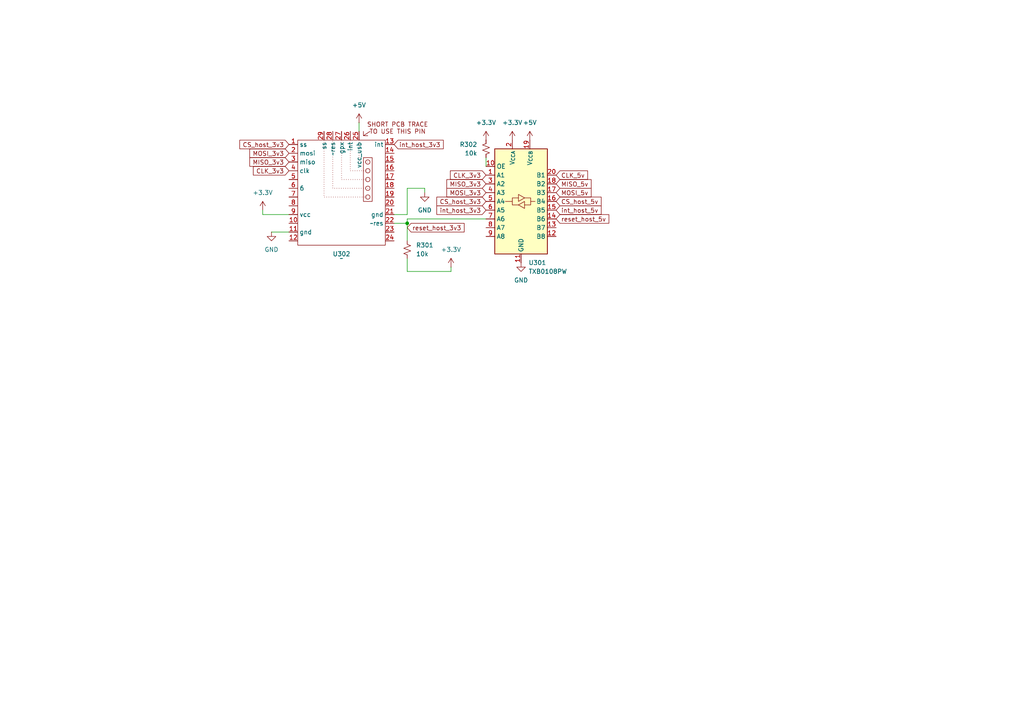
<source format=kicad_sch>
(kicad_sch (version 20250114) (generator "eeschema") (generator_version "9.0")
  (paper "A4")
  (lib_symbols
    (symbol "Device:R_Small_US" (pin_numbers (hide yes)) (pin_names (offset 0.254) (hide yes))
      (property "Reference" "R" (at 0.762 0.508 0))
      (property "Value" "R_Small_US" (at 0.762 -1.016 0))
      (symbol "R_Small_US_1_1"
        (polyline (pts (xy 0 1.524) (xy 1.016 1.143) (xy 0 0.762) (xy -1.016 0.381) (xy 0 0)))
        (polyline (pts (xy 0 0) (xy 1.016 -0.381) (xy 0 -0.762) (xy -1.016 -1.143) (xy 0 -1.524)))
        (pin passive line (at 0 2.54 270) (length 1.016) (name "~") (number "1"))
        (pin passive line (at 0 -2.54 90) (length 1.016) (name "~") (number "2"))
      )
    )
    (symbol "Logic_LevelTranslator:TXB0108PW"
      (property "Reference" "U" (at -6.35 16.51 0))
      (property "Value" "TXB0108PW" (at 3.81 16.51 0))
      (symbol "TXB0108PW_0_1"
        (rectangle (start -7.62 15.24) (end 7.62 -15.24) (stroke (width 0.254)) (fill (type background)))
        (polyline (pts (xy -2.54 0) (xy -2.54 1.016) (xy -0.762 1.016)))
        (polyline (pts (xy -0.762 -1.016) (xy -2.54 -1.016) (xy -2.54 0) (xy -4.572 0)))
        (polyline (pts (xy -0.762 -1.016) (xy 1.016 0) (xy 1.016 -2.032) (xy -0.762 -1.016)))
        (polyline (pts (xy 1.016 1.016) (xy -0.762 0) (xy -0.762 2.032) (xy 1.016 1.016)))
        (polyline (pts (xy 1.016 1.016) (xy 2.794 1.016) (xy 2.794 0) (xy 4.064 0)))
        (polyline (pts (xy 2.794 0) (xy 2.794 -1.016) (xy 1.016 -1.016)))
      )
      (symbol "TXB0108PW_1_1"
        (pin input line (at -10.16 10.16 0) (length 2.54) (name "OE") (number "10"))
        (pin bidirectional line (at -10.16 7.62 0) (length 2.54) (name "A1") (number "1"))
        (pin bidirectional line (at -10.16 5.08 0) (length 2.54) (name "A2") (number "3"))
        (pin bidirectional line (at -10.16 2.54 0) (length 2.54) (name "A3") (number "4"))
        (pin bidirectional line (at -10.16 0 0) (length 2.54) (name "A4") (number "5"))
        (pin bidirectional line (at -10.16 -2.54 0) (length 2.54) (name "A5") (number "6"))
        (pin bidirectional line (at -10.16 -5.08 0) (length 2.54) (name "A6") (number "7"))
        (pin bidirectional line (at -10.16 -7.62 0) (length 2.54) (name "A7") (number "8"))
        (pin bidirectional line (at -10.16 -10.16 0) (length 2.54) (name "A8") (number "9"))
        (pin power_in line (at -2.54 17.78 270) (length 2.54) (name "V_{CCA}") (number "2"))
        (pin power_in line (at 0 -17.78 90) (length 2.54) (name "GND") (number "11"))
        (pin power_in line (at 2.54 17.78 270) (length 2.54) (name "V_{CCB}") (number "19"))
        (pin bidirectional line (at 10.16 7.62 180) (length 2.54) (name "B1") (number "20"))
        (pin bidirectional line (at 10.16 5.08 180) (length 2.54) (name "B2") (number "18"))
        (pin bidirectional line (at 10.16 2.54 180) (length 2.54) (name "B3") (number "17"))
        (pin bidirectional line (at 10.16 0 180) (length 2.54) (name "B4") (number "16"))
        (pin bidirectional line (at 10.16 -2.54 180) (length 2.54) (name "B5") (number "15"))
        (pin bidirectional line (at 10.16 -5.08 180) (length 2.54) (name "B6") (number "14"))
        (pin bidirectional line (at 10.16 -7.62 180) (length 2.54) (name "B7") (number "13"))
        (pin bidirectional line (at 10.16 -10.16 180) (length 2.54) (name "B8") (number "12"))
      )
    )
    (symbol "modules_symbols:max_3421e_ali_board"
      (property "Reference" "U" (at 4.572 -9.144 0))
      (symbol "max_3421e_ali_board_0_1"
        (rectangle (start -2.54 7.62) (end 22.86 -22.86))
        (rectangle (start 16.51 2.54) (end 19.05 -10.16))
        (polyline (pts (xy 18.415 10.16) (xy 16.51 8.89) (xy 16.51 10.16) (xy 16.51 8.89) (xy 17.78 8.89)))
      )
      (symbol "max_3421e_ali_board_1_1"
        (polyline (pts (xy 5.08 7.62) (xy 5.08 -8.89) (xy 17.78 -8.89)) (stroke (width 0) (type dot)))
        (polyline (pts (xy 10.16 7.62) (xy 10.16 -3.81) (xy 17.78 -3.81)) (stroke (width 0) (type dot)))
        (polyline (pts (xy 12.7 7.62) (xy 12.7 -1.27) (xy 17.78 -1.27)) (stroke (width 0) (type dot)))
        (polyline (pts (xy 17.78 1.27) (xy 15.24 1.27) (xy 15.24 7.62)) (stroke (width 0) (type dot)))
        (circle (center 17.78 1.27) (radius 0.635))
        (circle (center 17.78 -1.27) (radius 0.635))
        (circle (center 17.78 -3.81) (radius 0.635))
        (polyline (pts (xy 17.78 -6.35) (xy 8.89 -6.35) (xy 7.62 -6.35) (xy 7.62 7.62)) (stroke (width 0) (type dot)))
        (circle (center 17.78 -6.35) (radius 0.635))
        (circle (center 17.78 -8.89) (radius 0.635))
        (text "SHORT PCB TRACE\nTO USE THIS PIN" (at 26.416 11.176 0) (effects (font (size 1.27 1.27))))
        (pin input line (at -5.08 6.35 0) (length 2.54) (name "ss") (number "1"))
        (pin input line (at -5.08 3.81 0) (length 2.54) (name "mosi") (number "2"))
        (pin input line (at -5.08 1.27 0) (length 2.54) (name "miso") (number "3"))
        (pin input line (at -5.08 -1.27 0) (length 2.54) (name "clk") (number "4"))
        (pin input line (at -5.08 -3.81 0) (length 2.54) (name "") (number "5"))
        (pin input line (at -5.08 -6.35 0) (length 2.54) (name "6") (number "6"))
        (pin input line (at -5.08 -8.89 0) (length 2.54) (name "") (number "7"))
        (pin input line (at -5.08 -11.43 0) (length 2.54) (name "") (number "8"))
        (pin input line (at -5.08 -13.97 0) (length 2.54) (name "vcc") (number "9"))
        (pin input line (at -5.08 -16.51 0) (length 2.54) (name "") (number "10"))
        (pin input line (at -5.08 -19.05 0) (length 2.54) (name "gnd") (number "11"))
        (pin input line (at -5.08 -21.59 0) (length 2.54) (name "") (number "12"))
        (pin input line (at 5.08 10.16 270) (length 2.54) (name "ss") (number "29"))
        (pin input line (at 7.62 10.16 270) (length 2.54) (name "~res") (number "28"))
        (pin input line (at 10.16 10.16 270) (length 2.54) (name "gpx") (number "27"))
        (pin input line (at 12.7 10.16 270) (length 2.54) (name "int") (number "26"))
        (pin input line (at 15.24 10.16 270) (length 2.54) (name "vcc_usb") (number "25"))
        (pin input line (at 25.4 6.35 180) (length 2.54) (name "int") (number "13"))
        (pin input line (at 25.4 3.81 180) (length 2.54) (name "") (number "14"))
        (pin input line (at 25.4 1.27 180) (length 2.54) (name "") (number "15"))
        (pin input line (at 25.4 -1.27 180) (length 2.54) (name "") (number "16"))
        (pin input line (at 25.4 -3.81 180) (length 2.54) (name "") (number "17"))
        (pin input line (at 25.4 -6.35 180) (length 2.54) (name "") (number "18"))
        (pin input line (at 25.4 -8.89 180) (length 2.54) (name "") (number "19"))
        (pin input line (at 25.4 -11.43 180) (length 2.54) (name "") (number "20"))
        (pin input line (at 25.4 -13.97 180) (length 2.54) (name "gnd") (number "21"))
        (pin input line (at 25.4 -16.51 180) (length 2.54) (name "~res") (number "22"))
        (pin input line (at 25.4 -19.05 180) (length 2.54) (name "") (number "23"))
        (pin input line (at 25.4 -21.59 180) (length 2.54) (name "") (number "24"))
      )
    )
    (symbol "power:+3.3V" (power) (pin_numbers (hide yes)) (pin_names (offset 0) (hide yes))
      (property "Value" "+3.3V" (at 0 3.556 0))
      (symbol "+3.3V_0_1"
        (polyline (pts (xy -0.762 1.27) (xy 0 2.54)))
        (polyline (pts (xy 0 2.54) (xy 0.762 1.27)))
        (polyline (pts (xy 0 0) (xy 0 2.54)))
      )
      (symbol "+3.3V_1_1"
        (pin power_in line (at 0 0 90) (length 0) (name "~") (number "1"))
      )
    )
    (symbol "power:+5V" (power) (pin_numbers (hide yes)) (pin_names (offset 0) (hide yes))
      (property "Value" "+5V" (at 0 3.556 0))
      (symbol "+5V_0_1"
        (polyline (pts (xy -0.762 1.27) (xy 0 2.54)))
        (polyline (pts (xy 0 2.54) (xy 0.762 1.27)))
        (polyline (pts (xy 0 0) (xy 0 2.54)))
      )
      (symbol "+5V_1_1"
        (pin power_in line (at 0 0 90) (length 0) (name "~") (number "1"))
      )
    )
    (symbol "power:GND" (power) (pin_numbers (hide yes)) (pin_names (offset 0) (hide yes))
      (property "Value" "GND" (at 0 -3.81 0))
      (symbol "GND_0_1"
        (polyline (pts (xy 0 0) (xy 0 -1.27) (xy 1.27 -1.27) (xy 0 -2.54) (xy -1.27 -1.27) (xy 0 -1.27)))
      )
      (symbol "GND_1_1"
        (pin power_in line (at 0 0 270) (length 0) (name "~") (number "1"))
      )
    )
  )
  (junction (at 118.11 64.77))
  (wire (pts (xy 130.81 77.47) (xy 130.81 78.74)))
  (wire (pts (xy 76.2 60.96) (xy 76.2 62.23)))
  (wire (pts (xy 118.11 63.5) (xy 140.97 63.5)))
  (wire (pts (xy 118.11 69.85) (xy 118.11 64.77)))
  (wire (pts (xy 76.2 62.23) (xy 83.82 62.23)))
  (wire (pts (xy 118.11 74.93) (xy 118.11 78.74)))
  (wire (pts (xy 118.11 54.61) (xy 118.11 62.23)))
  (wire (pts (xy 118.11 62.23) (xy 114.3 62.23)))
  (wire (pts (xy 140.97 45.72) (xy 140.97 48.26)))
  (wire (pts (xy 123.19 55.88) (xy 123.19 54.61)))
  (wire (pts (xy 118.11 64.77) (xy 114.3 64.77)))
  (wire (pts (xy 118.11 63.5) (xy 118.11 64.77)))
  (wire (pts (xy 104.14 35.56) (xy 104.14 38.1)))
  (wire (pts (xy 118.11 78.74) (xy 130.81 78.74)))
  (wire (pts (xy 123.19 54.61) (xy 118.11 54.61)))
  (wire (pts (xy 78.74 67.31) (xy 83.82 67.31)))
  (global_label "MOSI_3v3" (shape input) (at 140.97 55.88 180) (property "Intersheetrefs" "${INTERSHEET_REFS}" (effects (hide yes))))
  (global_label "MOSI_5v" (shape input) (at 161.29 55.88 0) (property "Intersheetrefs" "${INTERSHEET_REFS}" (effects (hide yes))))
  (global_label "CLK_3v3" (shape input) (at 140.97 50.8 180) (property "Intersheetrefs" "${INTERSHEET_REFS}" (effects (hide yes))))
  (global_label "reset_host_3v3" (shape input) (at 118.11 66.04 0) (property "Intersheetrefs" "${INTERSHEET_REFS}" (effects (hide yes))))
  (global_label "CS_host_3v3" (shape input) (at 140.97 58.42 180) (property "Intersheetrefs" "${INTERSHEET_REFS}" (effects (hide yes))))
  (global_label "MOSI_3v3" (shape input) (at 83.82 44.45 180) (property "Intersheetrefs" "${INTERSHEET_REFS}" (effects (hide yes))))
  (global_label "MISO_3v3" (shape input) (at 83.82 46.99 180) (property "Intersheetrefs" "${INTERSHEET_REFS}" (effects (hide yes))))
  (global_label "CLK_5v" (shape input) (at 161.29 50.8 0) (property "Intersheetrefs" "${INTERSHEET_REFS}" (effects (hide yes))))
  (global_label "reset_host_5v" (shape input) (at 161.29 63.5 0) (property "Intersheetrefs" "${INTERSHEET_REFS}" (effects (hide yes))))
  (global_label "CS_host_5v" (shape input) (at 161.29 58.42 0) (property "Intersheetrefs" "${INTERSHEET_REFS}" (effects (hide yes))))
  (global_label "int_host_5v" (shape input) (at 161.29 60.96 0) (property "Intersheetrefs" "${INTERSHEET_REFS}" (effects (hide yes))))
  (global_label "int_host_3v3" (shape input) (at 114.3 41.91 0) (property "Intersheetrefs" "${INTERSHEET_REFS}" (effects (hide yes))))
  (global_label "int_host_3v3" (shape input) (at 140.97 60.96 180) (property "Intersheetrefs" "${INTERSHEET_REFS}" (effects (hide yes))))
  (global_label "CS_host_3v3" (shape input) (at 83.82 41.91 180) (property "Intersheetrefs" "${INTERSHEET_REFS}" (effects (hide yes))))
  (global_label "MISO_3v3" (shape input) (at 140.97 53.34 180) (property "Intersheetrefs" "${INTERSHEET_REFS}" (effects (hide yes))))
  (global_label "MISO_5v" (shape input) (at 161.29 53.34 0) (property "Intersheetrefs" "${INTERSHEET_REFS}" (effects (hide yes))))
  (global_label "CLK_3v3" (shape input) (at 83.82 49.53 180) (property "Intersheetrefs" "${INTERSHEET_REFS}" (effects (hide yes))))
  (symbol (lib_id "power:GND") (at 123.19 55.88 0) (unit 1)
    (property "Reference" "#PWR0304" (effects (hide yes)))
    (property "Value" "GND" (at 123.19 60.96 0))
    (property "Description" "Power symbol creates a global label with name \"GND\" , ground" (effects (hide yes)))
  )
  (symbol (lib_id "power:+5V") (at 153.67 40.64 0) (unit 1)
    (property "Reference" "#PWR0308" (effects (hide yes)))
    (property "Value" "+5V" (at 153.67 35.56 0))
    (property "Description" "Power symbol creates a global label with name \"+5V\"" (effects (hide yes)))
  )
  (symbol (lib_id "power:+5V") (at 104.14 35.56 0) (unit 1)
    (property "Reference" "#PWR0303" (effects (hide yes)))
    (property "Value" "+5V" (at 104.14 30.48 0))
    (property "Description" "Power symbol creates a global label with name \"+5V\"" (effects (hide yes)))
  )
  (symbol (lib_id "power:+3.3V") (at 140.97 40.64 0) (unit 1)
    (property "Reference" "#PWR0306" (effects (hide yes)))
    (property "Value" "+3.3V" (at 140.97 35.56 0))
    (property "Description" "Power symbol creates a global label with name \"+3.3V\"" (effects (hide yes)))
  )
  (symbol (lib_id "power:+3.3V") (at 148.59 40.64 0) (unit 1)
    (property "Reference" "#PWR0307" (effects (hide yes)))
    (property "Value" "+3.3V" (at 148.59 35.56 0))
    (property "Description" "Power symbol creates a global label with name \"+3.3V\"" (effects (hide yes)))
  )
  (symbol (lib_id "Device:R_Small_US") (at 140.97 43.18 0) (mirror y) (unit 1)
    (property "Reference" "R302" (at 138.43 41.9099 0) (effects (justify left)))
    (property "Value" "10k" (at 138.43 44.4499 0) (effects (justify left)))
    (property "Description" "Resistor, small US symbol" (effects (hide yes)))
  )
  (symbol (lib_id "power:+3.3V") (at 130.81 77.47 0) (unit 1)
    (property "Reference" "#PWR0305" (effects (hide yes)))
    (property "Value" "+3.3V" (at 130.81 72.39 0))
    (property "Description" "Power symbol creates a global label with name \"+3.3V\"" (effects (hide yes)))
  )
  (symbol (lib_id "Device:R_Small_US") (at 118.11 72.39 180) (unit 1)
    (property "Reference" "R301" (at 120.65 71.1199 0) (effects (justify right)))
    (property "Value" "10k" (at 120.65 73.6599 0) (effects (justify right)))
    (property "Description" "Resistor, small US symbol" (effects (hide yes)))
  )
  (symbol (lib_id "power:GND") (at 151.13 76.2 0) (unit 1)
    (property "Reference" "#PWR0309" (effects (hide yes)))
    (property "Value" "GND" (at 151.13 81.28 0))
    (property "Description" "Power symbol creates a global label with name \"GND\" , ground" (effects (hide yes)))
  )
  (symbol (lib_id "power:+3.3V") (at 76.2 60.96 0) (unit 1)
    (property "Reference" "#PWR0302" (effects (hide yes)))
    (property "Value" "+3.3V" (at 76.2 55.88 0))
    (property "Description" "Power symbol creates a global label with name \"+3.3V\"" (effects (hide yes)))
  )
  (symbol (lib_id "modules_symbols:max_3421e_ali_board") (at 88.9 48.26 0) (unit 1)
    (property "Reference" "U302" (at 99.06 73.66 0))
    (property "Value" "~" (at 99.06 74.93 0))
  )
  (symbol (lib_id "power:GND") (at 78.74 67.31 0) (unit 1)
    (property "Reference" "#PWR0301" (effects (hide yes)))
    (property "Value" "GND" (at 78.74 72.39 0))
    (property "Description" "Power symbol creates a global label with name \"GND\" , ground" (effects (hide yes)))
  )
  (symbol (lib_id "Logic_LevelTranslator:TXB0108PW") (at 151.13 58.42 0) (unit 1)
    (property "Reference" "U301" (at 153.2733 76.2 0) (effects (justify left)))
    (property "Value" "TXB0108PW" (at 153.2733 78.74 0) (effects (justify left)))
    (property "Footprint" "Package_SO:TSSOP-20_4.4x6.5mm_P0.65mm" (effects (hide yes)))
    (property "Datasheet" "http://www.ti.com/lit/ds/symlink/txb0108.pdf" (effects (hide yes)))
    (property "Description" "8-Bit Bidirectional Voltage-Level Translator, Auto Direction Sensing and ±15-kV ESD Protection, 1.2 - 3.6V APort, 1.65 - 5.5V BPort, TSSOP-20" (effects (hide yes)))
  )
)
</source>
